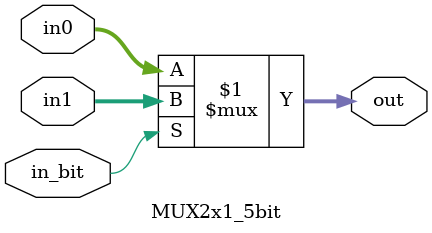
<source format=v>
module MUX2x1_5bit(input in_bit,
input [4:0] in1,
input [4:0] in0,
output [4:0] out);

    assign out = in_bit ? in1 : in0;

endmodule

</source>
